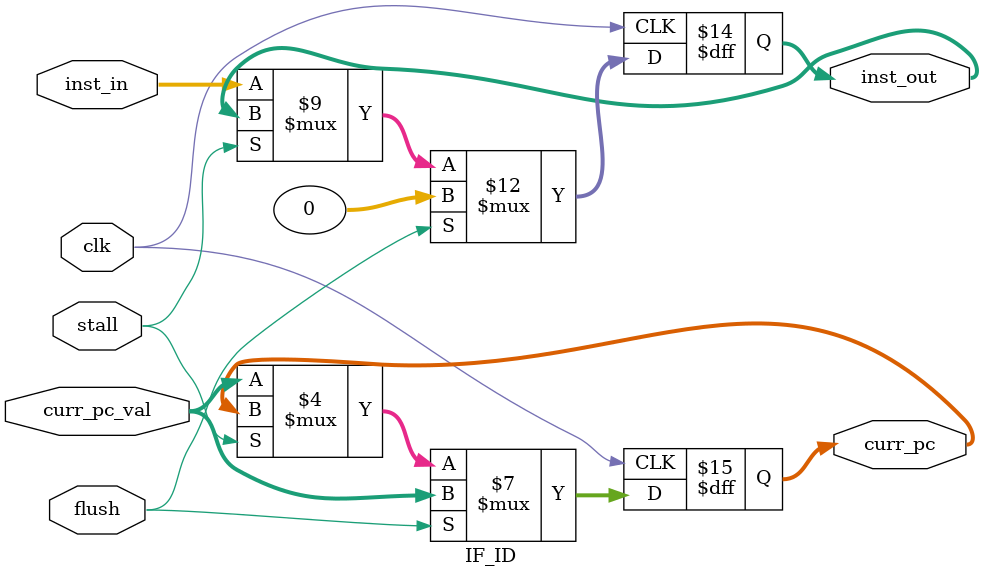
<source format=v>
`timescale 1ns / 1ps


module IF_ID(
input clk,stall,flush,
input [31:0] inst_in,curr_pc_val,
output reg [31:0] inst_out,curr_pc
    );
    
    always@(posedge clk) 
    begin
        if(flush==1'b1) begin
            inst_out <= 32'b0;
            curr_pc <= curr_pc_val;
        end
        else if (stall==1'b0) 
            begin
            inst_out <= inst_in;
            curr_pc <= curr_pc_val;
            end
    end

endmodule

</source>
